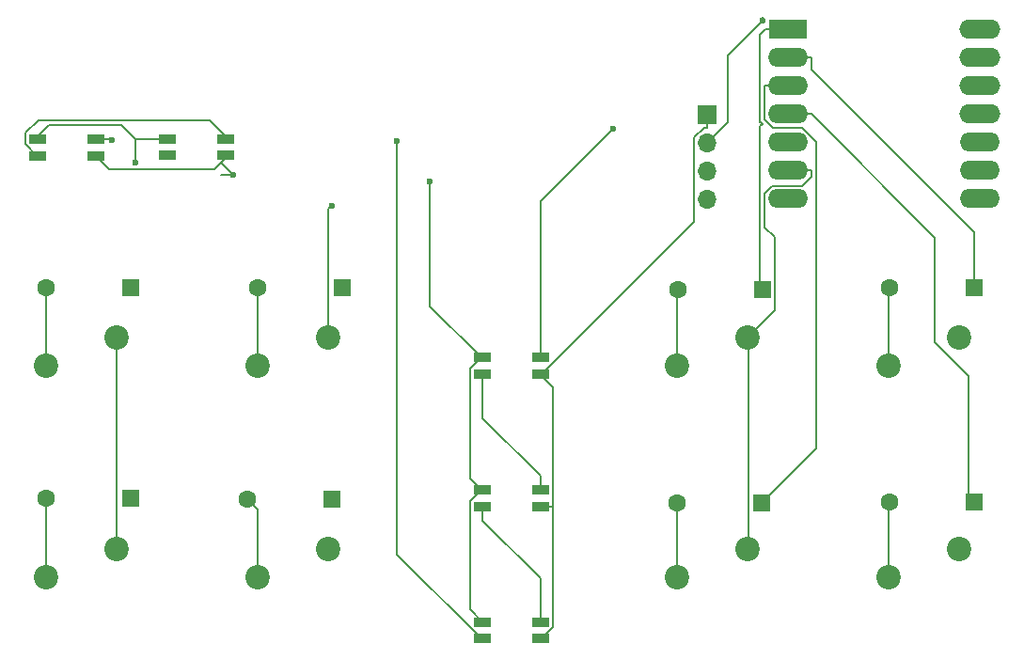
<source format=gbr>
%TF.GenerationSoftware,KiCad,Pcbnew,9.0.7*%
%TF.CreationDate,2026-02-18T12:12:19+05:30*%
%TF.ProjectId,RenPad,52656e50-6164-42e6-9b69-6361645f7063,rev?*%
%TF.SameCoordinates,Original*%
%TF.FileFunction,Copper,L2,Bot*%
%TF.FilePolarity,Positive*%
%FSLAX46Y46*%
G04 Gerber Fmt 4.6, Leading zero omitted, Abs format (unit mm)*
G04 Created by KiCad (PCBNEW 9.0.7) date 2026-02-18 12:12:19*
%MOMM*%
%LPD*%
G01*
G04 APERTURE LIST*
G04 Aperture macros list*
%AMRoundRect*
0 Rectangle with rounded corners*
0 $1 Rounding radius*
0 $2 $3 $4 $5 $6 $7 $8 $9 X,Y pos of 4 corners*
0 Add a 4 corners polygon primitive as box body*
4,1,4,$2,$3,$4,$5,$6,$7,$8,$9,$2,$3,0*
0 Add four circle primitives for the rounded corners*
1,1,$1+$1,$2,$3*
1,1,$1+$1,$4,$5*
1,1,$1+$1,$6,$7*
1,1,$1+$1,$8,$9*
0 Add four rect primitives between the rounded corners*
20,1,$1+$1,$2,$3,$4,$5,0*
20,1,$1+$1,$4,$5,$6,$7,0*
20,1,$1+$1,$6,$7,$8,$9,0*
20,1,$1+$1,$8,$9,$2,$3,0*%
G04 Aperture macros list end*
%TA.AperFunction,ComponentPad*%
%ADD10RoundRect,0.250000X0.550000X0.550000X-0.550000X0.550000X-0.550000X-0.550000X0.550000X-0.550000X0*%
%TD*%
%TA.AperFunction,ComponentPad*%
%ADD11C,1.600000*%
%TD*%
%TA.AperFunction,ComponentPad*%
%ADD12C,2.200000*%
%TD*%
%TA.AperFunction,ComponentPad*%
%ADD13R,1.700000X1.700000*%
%TD*%
%TA.AperFunction,ComponentPad*%
%ADD14O,1.700000X1.700000*%
%TD*%
%TA.AperFunction,SMDPad,CuDef*%
%ADD15RoundRect,0.082000X-0.718000X0.328000X-0.718000X-0.328000X0.718000X-0.328000X0.718000X0.328000X0*%
%TD*%
%TA.AperFunction,ComponentPad*%
%ADD16R,3.500000X1.700000*%
%TD*%
%TA.AperFunction,ComponentPad*%
%ADD17O,3.600000X1.700000*%
%TD*%
%TA.AperFunction,ComponentPad*%
%ADD18O,3.700000X1.700000*%
%TD*%
%TA.AperFunction,ViaPad*%
%ADD19C,0.600000*%
%TD*%
%TA.AperFunction,Conductor*%
%ADD20C,0.200000*%
%TD*%
G04 APERTURE END LIST*
D10*
%TO.P,D7,1,K*%
%TO.N,/COL2*%
X167818400Y-97916000D03*
D11*
%TO.P,D7,2,A*%
%TO.N,Net-(D7-A)*%
X160198400Y-97916000D03*
%TD*%
D12*
%TO.P,SW1,1,1*%
%TO.N,/ROW0*%
X109696300Y-83026200D03*
%TO.P,SW1,2,2*%
%TO.N,Net-(D1-A)*%
X103346300Y-85566200D03*
%TD*%
%TO.P,SW4,1,1*%
%TO.N,/ROW0*%
X128746300Y-102076200D03*
%TO.P,SW4,2,2*%
%TO.N,Net-(D4-A)*%
X122396300Y-104616200D03*
%TD*%
D10*
%TO.P,D3,1,K*%
%TO.N,/COL2*%
X110966300Y-97490000D03*
D11*
%TO.P,D3,2,A*%
%TO.N,Net-(D3-A)*%
X103346300Y-97490000D03*
%TD*%
D12*
%TO.P,SW5,1,1*%
%TO.N,/ROW1*%
X166528800Y-83026200D03*
%TO.P,SW5,2,2*%
%TO.N,Net-(D5-A)*%
X160178800Y-85566200D03*
%TD*%
D10*
%TO.P,D2,1,K*%
%TO.N,/COL1*%
X130016300Y-78581200D03*
D11*
%TO.P,D2,2,A*%
%TO.N,Net-(D2-A)*%
X122396300Y-78581200D03*
%TD*%
D12*
%TO.P,SW6,1,1*%
%TO.N,/ROW1*%
X185578800Y-83026200D03*
%TO.P,SW6,2,2*%
%TO.N,Net-(D6-A)*%
X179228800Y-85566200D03*
%TD*%
D13*
%TO.P,J1,1,Pin_1*%
%TO.N,GND*%
X162871300Y-62980000D03*
D14*
%TO.P,J1,2,Pin_2*%
%TO.N,+5V*%
X162871300Y-65520000D03*
%TO.P,J1,3,Pin_3*%
%TO.N,/SCL*%
X162871300Y-68060000D03*
%TO.P,J1,4,Pin_4*%
%TO.N,/SDA*%
X162871300Y-70600000D03*
%TD*%
D10*
%TO.P,D8,1,K*%
%TO.N,/COL3*%
X186876600Y-97844800D03*
D11*
%TO.P,D8,2,A*%
%TO.N,Net-(D8-A)*%
X179256600Y-97844800D03*
%TD*%
D12*
%TO.P,SW2,1,1*%
%TO.N,/ROW0*%
X128746300Y-83026200D03*
%TO.P,SW2,2,2*%
%TO.N,Net-(D2-A)*%
X122396300Y-85566200D03*
%TD*%
D10*
%TO.P,D1,1,K*%
%TO.N,/COL0*%
X110966300Y-78581200D03*
D11*
%TO.P,D1,2,A*%
%TO.N,Net-(D1-A)*%
X103346300Y-78581200D03*
%TD*%
D12*
%TO.P,SW3,1,1*%
%TO.N,/ROW0*%
X109709700Y-102108400D03*
%TO.P,SW3,2,2*%
%TO.N,Net-(D3-A)*%
X103359700Y-104648400D03*
%TD*%
D15*
%TO.P,D12,1,VDD*%
%TO.N,+5V*%
X102612501Y-65174958D03*
%TO.P,D12,2,DOUT*%
%TO.N,Net-(D12-DOUT)*%
X102612501Y-66674958D03*
%TO.P,D12,3,VSS*%
%TO.N,GND*%
X107812501Y-66674958D03*
%TO.P,D12,4,DIN*%
%TO.N,Net-(D11-DOUT)*%
X107812501Y-65174958D03*
%TD*%
D12*
%TO.P,SW8,1,1*%
%TO.N,/ROW1*%
X185573300Y-102069200D03*
%TO.P,SW8,2,2*%
%TO.N,Net-(D8-A)*%
X179223300Y-104609200D03*
%TD*%
D15*
%TO.P,D9,1,VDD*%
%TO.N,+5V*%
X142656301Y-84872158D03*
%TO.P,D9,2,DOUT*%
%TO.N,Net-(D10-DIN)*%
X142656301Y-86372158D03*
%TO.P,D9,3,VSS*%
%TO.N,GND*%
X147856301Y-86372158D03*
%TO.P,D9,4,DIN*%
%TO.N,Net-(D9-DIN)*%
X147856301Y-84872158D03*
%TD*%
D10*
%TO.P,D5,1,K*%
%TO.N,/COL0*%
X167826600Y-78723600D03*
D11*
%TO.P,D5,2,A*%
%TO.N,Net-(D5-A)*%
X160206600Y-78723600D03*
%TD*%
D12*
%TO.P,SW7,1,1*%
%TO.N,/ROW1*%
X166537800Y-102077100D03*
%TO.P,SW7,2,2*%
%TO.N,Net-(D7-A)*%
X160187800Y-104617100D03*
%TD*%
D15*
%TO.P,D10,1,VDD*%
%TO.N,+5V*%
X142656301Y-96778358D03*
%TO.P,D10,2,DOUT*%
%TO.N,Net-(D10-DOUT)*%
X142656301Y-98278358D03*
%TO.P,D10,3,VSS*%
%TO.N,GND*%
X147856301Y-98278358D03*
%TO.P,D10,4,DIN*%
%TO.N,Net-(D10-DIN)*%
X147856301Y-96778358D03*
%TD*%
%TO.P,D13,1,VDD*%
%TO.N,+5V*%
X114300001Y-65157658D03*
%TO.P,D13,2,DOUT*%
%TO.N,unconnected-(D13-DOUT-Pad2)*%
X114300001Y-66657658D03*
%TO.P,D13,3,VSS*%
%TO.N,GND*%
X119500001Y-66657658D03*
%TO.P,D13,4,DIN*%
%TO.N,Net-(D12-DOUT)*%
X119500001Y-65157658D03*
%TD*%
%TO.P,D11,1,VDD*%
%TO.N,+5V*%
X142656301Y-108684658D03*
%TO.P,D11,2,DOUT*%
%TO.N,Net-(D11-DOUT)*%
X142656301Y-110184658D03*
%TO.P,D11,3,VSS*%
%TO.N,GND*%
X147856301Y-110184658D03*
%TO.P,D11,4,DIN*%
%TO.N,Net-(D10-DOUT)*%
X147856301Y-108684658D03*
%TD*%
D10*
%TO.P,D4,1,K*%
%TO.N,/COL3*%
X129063800Y-97631200D03*
D11*
%TO.P,D4,2,A*%
%TO.N,Net-(D4-A)*%
X121443800Y-97631200D03*
%TD*%
D10*
%TO.P,D6,1,K*%
%TO.N,/COL1*%
X186888800Y-78557500D03*
D11*
%TO.P,D6,2,A*%
%TO.N,Net-(D6-A)*%
X179268800Y-78557500D03*
%TD*%
D16*
%TO.P,U1,1,GPIO26/ADC0/A0*%
%TO.N,/COL0*%
X170141400Y-55306600D03*
D17*
%TO.P,U1,2,GPIO27/ADC1/A1*%
%TO.N,/COL1*%
X170141400Y-57846600D03*
%TO.P,U1,3,GPIO28/ADC2/A2*%
%TO.N,/COL2*%
X170141400Y-60386600D03*
%TO.P,U1,4,GPIO29/ADC3/A3*%
%TO.N,/COL3*%
X170141400Y-62926600D03*
%TO.P,U1,5,GPIO6/SDA*%
%TO.N,/ROW0*%
X170141400Y-65466600D03*
%TO.P,U1,6,GPIO7/SCL*%
%TO.N,/ROW1*%
X170141400Y-68006600D03*
%TO.P,U1,7,GPIO0/TX*%
%TO.N,/SDA*%
X170141400Y-70546600D03*
%TO.P,U1,8,GPIO1/RX*%
%TO.N,/SCL*%
X187391400Y-70546600D03*
%TO.P,U1,9,GPIO2/SCK*%
%TO.N,unconnected-(U1-GPIO2{slash}SCK-Pad9)*%
X187391400Y-68006600D03*
%TO.P,U1,10,GPIO4/MISO*%
%TO.N,unconnected-(U1-GPIO4{slash}MISO-Pad10)*%
X187391400Y-65466600D03*
D18*
%TO.P,U1,11,GPIO3/MOSI*%
%TO.N,Net-(D9-DIN)*%
X187391400Y-62926600D03*
%TO.P,U1,12,3V3*%
%TO.N,+3V3*%
X187391400Y-60386600D03*
%TO.P,U1,13,GND*%
%TO.N,GND*%
X187391400Y-57846600D03*
%TO.P,U1,14,VBUS*%
%TO.N,+5V*%
X187391400Y-55306600D03*
%TD*%
D19*
%TO.N,GND*%
X120203800Y-68400400D03*
%TO.N,Net-(D9-DIN)*%
X154414100Y-64250000D03*
%TO.N,+5V*%
X137888800Y-69010700D03*
X167880100Y-54541200D03*
X111361300Y-67306700D03*
%TO.N,Net-(D11-DOUT)*%
X109250200Y-65304800D03*
X134941300Y-65371400D03*
%TO.N,/ROW0*%
X129046300Y-71186600D03*
%TD*%
D20*
%TO.N,Net-(D1-A)*%
X103346300Y-85566200D02*
X103346300Y-78581200D01*
%TO.N,/COL0*%
X167601400Y-55794900D02*
X167601400Y-63633700D01*
X167601400Y-63633700D02*
X167660300Y-63692600D01*
X167825100Y-63857400D02*
X167638000Y-64044500D01*
X167660300Y-63692600D02*
X167825100Y-63857400D01*
X167660300Y-63692600D02*
X167825100Y-63857400D01*
X171141400Y-55306600D02*
X168089700Y-55306600D01*
X167638000Y-78535000D02*
X167826600Y-78723600D01*
X168089700Y-55306600D02*
X167601400Y-55794900D01*
X167638000Y-64044500D02*
X167638000Y-78535000D01*
%TO.N,Net-(D2-A)*%
X122396300Y-85566200D02*
X122396300Y-78581200D01*
%TO.N,/COL1*%
X172243100Y-57846600D02*
X172243100Y-58948300D01*
X171141400Y-57846600D02*
X172243100Y-57846600D01*
X186888800Y-73594000D02*
X186888800Y-78557500D01*
X172243100Y-58948300D02*
X186888800Y-73594000D01*
%TO.N,/COL2*%
X168039700Y-60386600D02*
X168039700Y-63403700D01*
X171453500Y-64196600D02*
X172694000Y-65437100D01*
X172694000Y-93040400D02*
X167818400Y-97916000D01*
X171141400Y-60386600D02*
X168039700Y-60386600D01*
X172694000Y-65437100D02*
X172694000Y-93040400D01*
X168039700Y-63403700D02*
X168832600Y-64196600D01*
X168832600Y-64196600D02*
X171453500Y-64196600D01*
%TO.N,Net-(D3-A)*%
X103359700Y-97503400D02*
X103346300Y-97490000D01*
X103359700Y-104648400D02*
X103359700Y-97503400D01*
%TO.N,/COL3*%
X172243100Y-62926600D02*
X183363700Y-74047200D01*
X186392000Y-86482500D02*
X186392000Y-97360200D01*
X186392000Y-97360200D02*
X186876600Y-97844800D01*
X183363700Y-74047200D02*
X183363700Y-83454200D01*
X171141400Y-62926600D02*
X172243100Y-62926600D01*
X183363700Y-83454200D02*
X186392000Y-86482500D01*
%TO.N,Net-(D4-A)*%
X122396300Y-98583700D02*
X121443800Y-97631200D01*
X122396300Y-104616200D02*
X122396300Y-98583700D01*
%TO.N,Net-(D5-A)*%
X160178800Y-78751400D02*
X160178800Y-85566200D01*
X160206600Y-78723600D02*
X160178800Y-78751400D01*
%TO.N,Net-(D6-A)*%
X179228800Y-85566200D02*
X179228800Y-78597500D01*
X179228800Y-78597500D02*
X179268800Y-78557500D01*
%TO.N,Net-(D7-A)*%
X160198400Y-97916000D02*
X160187800Y-97926600D01*
X160187800Y-97926600D02*
X160187800Y-104617100D01*
%TO.N,Net-(D8-A)*%
X179223300Y-97878100D02*
X179256600Y-97844800D01*
X179223300Y-104609200D02*
X179223300Y-97878100D01*
%TO.N,Net-(D10-DIN)*%
X142656300Y-86372200D02*
X142656300Y-90318100D01*
X147856300Y-95518100D02*
X147856300Y-96778400D01*
X142656300Y-90318100D02*
X147856300Y-95518100D01*
%TO.N,GND*%
X161719600Y-64995400D02*
X161719600Y-72621400D01*
X162871300Y-64131700D02*
X162583300Y-64131700D01*
X147856300Y-98278400D02*
X148985500Y-98278400D01*
X119500000Y-66903600D02*
X119500000Y-66657700D01*
X147912600Y-86428400D02*
X148985500Y-87501400D01*
X162871300Y-62980000D02*
X162871300Y-64131700D01*
X118495200Y-67908400D02*
X119103500Y-67300100D01*
X119103500Y-68400400D02*
X120203800Y-68400400D01*
X109045900Y-67908400D02*
X118495200Y-67908400D01*
X148985500Y-98278400D02*
X148985500Y-109171100D01*
X148985500Y-87501400D02*
X148985500Y-98278400D01*
X107812500Y-66675000D02*
X109045900Y-67908400D01*
X161719600Y-72621400D02*
X147912600Y-86428400D01*
X119103500Y-67300100D02*
X119500000Y-66903600D01*
X120203800Y-68400400D02*
X119103500Y-67300100D01*
X147912600Y-86428400D02*
X147856300Y-86372200D01*
X120203800Y-68400400D02*
X119103500Y-68400400D01*
X162583300Y-64131700D02*
X161719600Y-64995400D01*
X147971900Y-110184700D02*
X147856300Y-110184700D01*
X148985500Y-109171100D02*
X147971900Y-110184700D01*
%TO.N,Net-(D9-DIN)*%
X154414100Y-64250000D02*
X154414100Y-64249900D01*
X147856300Y-84872200D02*
X147856300Y-70807800D01*
X154414100Y-64249900D02*
X154414100Y-64250000D01*
X147856300Y-70807800D02*
X154414100Y-64250000D01*
%TO.N,+5V*%
X164734600Y-61680200D02*
X164734600Y-57686700D01*
X103602600Y-63934700D02*
X110138300Y-63934700D01*
X141554300Y-95786900D02*
X142545800Y-96778400D01*
X142528000Y-84872200D02*
X137888800Y-80233000D01*
X164734600Y-57686700D02*
X167880100Y-54541200D01*
X141530400Y-97793800D02*
X142545800Y-96778400D01*
X102612500Y-65175000D02*
X102612500Y-64924800D01*
X141530400Y-107558800D02*
X141530400Y-97793800D01*
X167880100Y-54541200D02*
X167880100Y-54154900D01*
X110138300Y-63934700D02*
X111361300Y-65157700D01*
X111361300Y-65157700D02*
X111361300Y-67306700D01*
X142656300Y-84872200D02*
X142528000Y-84872200D01*
X137888800Y-80233000D02*
X137888800Y-69010700D01*
X142656300Y-108684700D02*
X141530400Y-107558800D01*
X142545800Y-96778400D02*
X142656300Y-96778400D01*
X102612500Y-64924800D02*
X103602600Y-63934700D01*
X167880100Y-54154900D02*
X167880100Y-54541200D01*
X164734600Y-63656700D02*
X162871300Y-65520000D01*
X141554300Y-85845900D02*
X141554300Y-95786900D01*
X111361300Y-65157700D02*
X114300000Y-65157700D01*
X142528000Y-84872200D02*
X141554300Y-85845900D01*
X164734600Y-61680200D02*
X164734600Y-63656700D01*
%TO.N,Net-(D10-DOUT)*%
X142656300Y-99538500D02*
X142656300Y-98278400D01*
X147856300Y-104738500D02*
X142656300Y-99538500D01*
X147856300Y-108684700D02*
X147856300Y-104738500D01*
%TO.N,Net-(D11-DOUT)*%
X134941300Y-65371400D02*
X134941300Y-102591600D01*
X107812500Y-65175000D02*
X109120400Y-65175000D01*
X109120400Y-65175000D02*
X109250200Y-65304800D01*
X142534400Y-110184700D02*
X142656300Y-110184700D01*
X134941300Y-102591600D02*
X142534400Y-110184700D01*
%TO.N,Net-(D12-DOUT)*%
X101494000Y-64613900D02*
X102635900Y-63472000D01*
X118073800Y-63472000D02*
X119500000Y-64898200D01*
X102519100Y-66675000D02*
X101494000Y-65649900D01*
X119500000Y-64898200D02*
X119500000Y-65157700D01*
X101494000Y-65649900D02*
X101494000Y-64613900D01*
X102635900Y-63472000D02*
X118073800Y-63472000D01*
X102612500Y-66675000D02*
X102519100Y-66675000D01*
%TO.N,/ROW0*%
X109709700Y-83039600D02*
X109709700Y-102108400D01*
X109696300Y-83026200D02*
X109709700Y-83039600D01*
X128746300Y-83026200D02*
X128746300Y-71486600D01*
X128746300Y-71486600D02*
X129046300Y-71186600D01*
%TO.N,/ROW1*%
X168039700Y-73111500D02*
X168958900Y-74030700D01*
X166592100Y-102022800D02*
X166592100Y-83089500D01*
X171141400Y-68006600D02*
X172243100Y-68006600D01*
X172243100Y-68006600D02*
X172243100Y-68542000D01*
X168714300Y-69394900D02*
X168039700Y-70069500D01*
X172243100Y-68542000D02*
X171390200Y-69394900D01*
X166592100Y-83089500D02*
X166528800Y-83026200D01*
X168039700Y-70069500D02*
X168039700Y-73111500D01*
X166537800Y-102077100D02*
X166592100Y-102022800D01*
X171390200Y-69394900D02*
X168714300Y-69394900D01*
X168958900Y-74030700D02*
X168958900Y-80596100D01*
X168958900Y-80596100D02*
X166528800Y-83026200D01*
%TD*%
M02*

</source>
